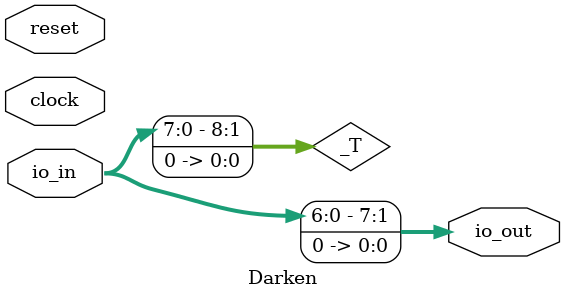
<source format=v>
module Darken(
  input        clock,
  input        reset,
  input  [7:0] io_in,
  output [7:0] io_out
);
  wire [8:0] _T = {io_in, 1'h0}; // @[Darken.scala 12:19]
  assign io_out = _T[7:0]; // @[Darken.scala 12:10]
endmodule

</source>
